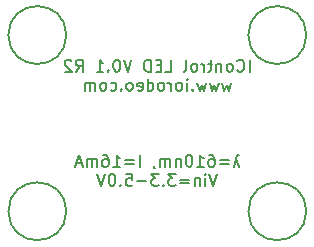
<source format=gbo>
%TF.GenerationSoftware,KiCad,Pcbnew,7.0.10-7.0.10~ubuntu22.04.1*%
%TF.CreationDate,2024-04-15T11:21:12-07:00*%
%TF.ProjectId,610nm_16mA,3631306e-6d5f-4313-966d-412e6b696361,rev?*%
%TF.SameCoordinates,Original*%
%TF.FileFunction,Legend,Bot*%
%TF.FilePolarity,Positive*%
%FSLAX46Y46*%
G04 Gerber Fmt 4.6, Leading zero omitted, Abs format (unit mm)*
G04 Created by KiCad (PCBNEW 7.0.10-7.0.10~ubuntu22.04.1) date 2024-04-15 11:21:12*
%MOMM*%
%LPD*%
G01*
G04 APERTURE LIST*
%ADD10C,0.150000*%
G04 APERTURE END LIST*
D10*
X70509524Y-55634819D02*
X70509524Y-54634819D01*
X69461906Y-55539580D02*
X69509525Y-55587200D01*
X69509525Y-55587200D02*
X69652382Y-55634819D01*
X69652382Y-55634819D02*
X69747620Y-55634819D01*
X69747620Y-55634819D02*
X69890477Y-55587200D01*
X69890477Y-55587200D02*
X69985715Y-55491961D01*
X69985715Y-55491961D02*
X70033334Y-55396723D01*
X70033334Y-55396723D02*
X70080953Y-55206247D01*
X70080953Y-55206247D02*
X70080953Y-55063390D01*
X70080953Y-55063390D02*
X70033334Y-54872914D01*
X70033334Y-54872914D02*
X69985715Y-54777676D01*
X69985715Y-54777676D02*
X69890477Y-54682438D01*
X69890477Y-54682438D02*
X69747620Y-54634819D01*
X69747620Y-54634819D02*
X69652382Y-54634819D01*
X69652382Y-54634819D02*
X69509525Y-54682438D01*
X69509525Y-54682438D02*
X69461906Y-54730057D01*
X68890477Y-55634819D02*
X68985715Y-55587200D01*
X68985715Y-55587200D02*
X69033334Y-55539580D01*
X69033334Y-55539580D02*
X69080953Y-55444342D01*
X69080953Y-55444342D02*
X69080953Y-55158628D01*
X69080953Y-55158628D02*
X69033334Y-55063390D01*
X69033334Y-55063390D02*
X68985715Y-55015771D01*
X68985715Y-55015771D02*
X68890477Y-54968152D01*
X68890477Y-54968152D02*
X68747620Y-54968152D01*
X68747620Y-54968152D02*
X68652382Y-55015771D01*
X68652382Y-55015771D02*
X68604763Y-55063390D01*
X68604763Y-55063390D02*
X68557144Y-55158628D01*
X68557144Y-55158628D02*
X68557144Y-55444342D01*
X68557144Y-55444342D02*
X68604763Y-55539580D01*
X68604763Y-55539580D02*
X68652382Y-55587200D01*
X68652382Y-55587200D02*
X68747620Y-55634819D01*
X68747620Y-55634819D02*
X68890477Y-55634819D01*
X68128572Y-54968152D02*
X68128572Y-55634819D01*
X68128572Y-55063390D02*
X68080953Y-55015771D01*
X68080953Y-55015771D02*
X67985715Y-54968152D01*
X67985715Y-54968152D02*
X67842858Y-54968152D01*
X67842858Y-54968152D02*
X67747620Y-55015771D01*
X67747620Y-55015771D02*
X67700001Y-55111009D01*
X67700001Y-55111009D02*
X67700001Y-55634819D01*
X67366667Y-54968152D02*
X66985715Y-54968152D01*
X67223810Y-54634819D02*
X67223810Y-55491961D01*
X67223810Y-55491961D02*
X67176191Y-55587200D01*
X67176191Y-55587200D02*
X67080953Y-55634819D01*
X67080953Y-55634819D02*
X66985715Y-55634819D01*
X66652381Y-55634819D02*
X66652381Y-54968152D01*
X66652381Y-55158628D02*
X66604762Y-55063390D01*
X66604762Y-55063390D02*
X66557143Y-55015771D01*
X66557143Y-55015771D02*
X66461905Y-54968152D01*
X66461905Y-54968152D02*
X66366667Y-54968152D01*
X65890476Y-55634819D02*
X65985714Y-55587200D01*
X65985714Y-55587200D02*
X66033333Y-55539580D01*
X66033333Y-55539580D02*
X66080952Y-55444342D01*
X66080952Y-55444342D02*
X66080952Y-55158628D01*
X66080952Y-55158628D02*
X66033333Y-55063390D01*
X66033333Y-55063390D02*
X65985714Y-55015771D01*
X65985714Y-55015771D02*
X65890476Y-54968152D01*
X65890476Y-54968152D02*
X65747619Y-54968152D01*
X65747619Y-54968152D02*
X65652381Y-55015771D01*
X65652381Y-55015771D02*
X65604762Y-55063390D01*
X65604762Y-55063390D02*
X65557143Y-55158628D01*
X65557143Y-55158628D02*
X65557143Y-55444342D01*
X65557143Y-55444342D02*
X65604762Y-55539580D01*
X65604762Y-55539580D02*
X65652381Y-55587200D01*
X65652381Y-55587200D02*
X65747619Y-55634819D01*
X65747619Y-55634819D02*
X65890476Y-55634819D01*
X64985714Y-55634819D02*
X65080952Y-55587200D01*
X65080952Y-55587200D02*
X65128571Y-55491961D01*
X65128571Y-55491961D02*
X65128571Y-54634819D01*
X63366666Y-55634819D02*
X63842856Y-55634819D01*
X63842856Y-55634819D02*
X63842856Y-54634819D01*
X63033332Y-55111009D02*
X62699999Y-55111009D01*
X62557142Y-55634819D02*
X63033332Y-55634819D01*
X63033332Y-55634819D02*
X63033332Y-54634819D01*
X63033332Y-54634819D02*
X62557142Y-54634819D01*
X62128570Y-55634819D02*
X62128570Y-54634819D01*
X62128570Y-54634819D02*
X61890475Y-54634819D01*
X61890475Y-54634819D02*
X61747618Y-54682438D01*
X61747618Y-54682438D02*
X61652380Y-54777676D01*
X61652380Y-54777676D02*
X61604761Y-54872914D01*
X61604761Y-54872914D02*
X61557142Y-55063390D01*
X61557142Y-55063390D02*
X61557142Y-55206247D01*
X61557142Y-55206247D02*
X61604761Y-55396723D01*
X61604761Y-55396723D02*
X61652380Y-55491961D01*
X61652380Y-55491961D02*
X61747618Y-55587200D01*
X61747618Y-55587200D02*
X61890475Y-55634819D01*
X61890475Y-55634819D02*
X62128570Y-55634819D01*
X60509522Y-54634819D02*
X60176189Y-55634819D01*
X60176189Y-55634819D02*
X59842856Y-54634819D01*
X59319046Y-54634819D02*
X59223808Y-54634819D01*
X59223808Y-54634819D02*
X59128570Y-54682438D01*
X59128570Y-54682438D02*
X59080951Y-54730057D01*
X59080951Y-54730057D02*
X59033332Y-54825295D01*
X59033332Y-54825295D02*
X58985713Y-55015771D01*
X58985713Y-55015771D02*
X58985713Y-55253866D01*
X58985713Y-55253866D02*
X59033332Y-55444342D01*
X59033332Y-55444342D02*
X59080951Y-55539580D01*
X59080951Y-55539580D02*
X59128570Y-55587200D01*
X59128570Y-55587200D02*
X59223808Y-55634819D01*
X59223808Y-55634819D02*
X59319046Y-55634819D01*
X59319046Y-55634819D02*
X59414284Y-55587200D01*
X59414284Y-55587200D02*
X59461903Y-55539580D01*
X59461903Y-55539580D02*
X59509522Y-55444342D01*
X59509522Y-55444342D02*
X59557141Y-55253866D01*
X59557141Y-55253866D02*
X59557141Y-55015771D01*
X59557141Y-55015771D02*
X59509522Y-54825295D01*
X59509522Y-54825295D02*
X59461903Y-54730057D01*
X59461903Y-54730057D02*
X59414284Y-54682438D01*
X59414284Y-54682438D02*
X59319046Y-54634819D01*
X58557141Y-55539580D02*
X58509522Y-55587200D01*
X58509522Y-55587200D02*
X58557141Y-55634819D01*
X58557141Y-55634819D02*
X58604760Y-55587200D01*
X58604760Y-55587200D02*
X58557141Y-55539580D01*
X58557141Y-55539580D02*
X58557141Y-55634819D01*
X57557142Y-55634819D02*
X58128570Y-55634819D01*
X57842856Y-55634819D02*
X57842856Y-54634819D01*
X57842856Y-54634819D02*
X57938094Y-54777676D01*
X57938094Y-54777676D02*
X58033332Y-54872914D01*
X58033332Y-54872914D02*
X58128570Y-54920533D01*
X55795237Y-55634819D02*
X56128570Y-55158628D01*
X56366665Y-55634819D02*
X56366665Y-54634819D01*
X56366665Y-54634819D02*
X55985713Y-54634819D01*
X55985713Y-54634819D02*
X55890475Y-54682438D01*
X55890475Y-54682438D02*
X55842856Y-54730057D01*
X55842856Y-54730057D02*
X55795237Y-54825295D01*
X55795237Y-54825295D02*
X55795237Y-54968152D01*
X55795237Y-54968152D02*
X55842856Y-55063390D01*
X55842856Y-55063390D02*
X55890475Y-55111009D01*
X55890475Y-55111009D02*
X55985713Y-55158628D01*
X55985713Y-55158628D02*
X56366665Y-55158628D01*
X55414284Y-54730057D02*
X55366665Y-54682438D01*
X55366665Y-54682438D02*
X55271427Y-54634819D01*
X55271427Y-54634819D02*
X55033332Y-54634819D01*
X55033332Y-54634819D02*
X54938094Y-54682438D01*
X54938094Y-54682438D02*
X54890475Y-54730057D01*
X54890475Y-54730057D02*
X54842856Y-54825295D01*
X54842856Y-54825295D02*
X54842856Y-54920533D01*
X54842856Y-54920533D02*
X54890475Y-55063390D01*
X54890475Y-55063390D02*
X55461903Y-55634819D01*
X55461903Y-55634819D02*
X54842856Y-55634819D01*
X68938094Y-56578152D02*
X68747618Y-57244819D01*
X68747618Y-57244819D02*
X68557142Y-56768628D01*
X68557142Y-56768628D02*
X68366666Y-57244819D01*
X68366666Y-57244819D02*
X68176190Y-56578152D01*
X67890475Y-56578152D02*
X67699999Y-57244819D01*
X67699999Y-57244819D02*
X67509523Y-56768628D01*
X67509523Y-56768628D02*
X67319047Y-57244819D01*
X67319047Y-57244819D02*
X67128571Y-56578152D01*
X66842856Y-56578152D02*
X66652380Y-57244819D01*
X66652380Y-57244819D02*
X66461904Y-56768628D01*
X66461904Y-56768628D02*
X66271428Y-57244819D01*
X66271428Y-57244819D02*
X66080952Y-56578152D01*
X65699999Y-57149580D02*
X65652380Y-57197200D01*
X65652380Y-57197200D02*
X65699999Y-57244819D01*
X65699999Y-57244819D02*
X65747618Y-57197200D01*
X65747618Y-57197200D02*
X65699999Y-57149580D01*
X65699999Y-57149580D02*
X65699999Y-57244819D01*
X65223809Y-57244819D02*
X65223809Y-56578152D01*
X65223809Y-56244819D02*
X65271428Y-56292438D01*
X65271428Y-56292438D02*
X65223809Y-56340057D01*
X65223809Y-56340057D02*
X65176190Y-56292438D01*
X65176190Y-56292438D02*
X65223809Y-56244819D01*
X65223809Y-56244819D02*
X65223809Y-56340057D01*
X64604762Y-57244819D02*
X64700000Y-57197200D01*
X64700000Y-57197200D02*
X64747619Y-57149580D01*
X64747619Y-57149580D02*
X64795238Y-57054342D01*
X64795238Y-57054342D02*
X64795238Y-56768628D01*
X64795238Y-56768628D02*
X64747619Y-56673390D01*
X64747619Y-56673390D02*
X64700000Y-56625771D01*
X64700000Y-56625771D02*
X64604762Y-56578152D01*
X64604762Y-56578152D02*
X64461905Y-56578152D01*
X64461905Y-56578152D02*
X64366667Y-56625771D01*
X64366667Y-56625771D02*
X64319048Y-56673390D01*
X64319048Y-56673390D02*
X64271429Y-56768628D01*
X64271429Y-56768628D02*
X64271429Y-57054342D01*
X64271429Y-57054342D02*
X64319048Y-57149580D01*
X64319048Y-57149580D02*
X64366667Y-57197200D01*
X64366667Y-57197200D02*
X64461905Y-57244819D01*
X64461905Y-57244819D02*
X64604762Y-57244819D01*
X63842857Y-57244819D02*
X63842857Y-56578152D01*
X63842857Y-56768628D02*
X63795238Y-56673390D01*
X63795238Y-56673390D02*
X63747619Y-56625771D01*
X63747619Y-56625771D02*
X63652381Y-56578152D01*
X63652381Y-56578152D02*
X63557143Y-56578152D01*
X63080952Y-57244819D02*
X63176190Y-57197200D01*
X63176190Y-57197200D02*
X63223809Y-57149580D01*
X63223809Y-57149580D02*
X63271428Y-57054342D01*
X63271428Y-57054342D02*
X63271428Y-56768628D01*
X63271428Y-56768628D02*
X63223809Y-56673390D01*
X63223809Y-56673390D02*
X63176190Y-56625771D01*
X63176190Y-56625771D02*
X63080952Y-56578152D01*
X63080952Y-56578152D02*
X62938095Y-56578152D01*
X62938095Y-56578152D02*
X62842857Y-56625771D01*
X62842857Y-56625771D02*
X62795238Y-56673390D01*
X62795238Y-56673390D02*
X62747619Y-56768628D01*
X62747619Y-56768628D02*
X62747619Y-57054342D01*
X62747619Y-57054342D02*
X62795238Y-57149580D01*
X62795238Y-57149580D02*
X62842857Y-57197200D01*
X62842857Y-57197200D02*
X62938095Y-57244819D01*
X62938095Y-57244819D02*
X63080952Y-57244819D01*
X61890476Y-57244819D02*
X61890476Y-56244819D01*
X61890476Y-57197200D02*
X61985714Y-57244819D01*
X61985714Y-57244819D02*
X62176190Y-57244819D01*
X62176190Y-57244819D02*
X62271428Y-57197200D01*
X62271428Y-57197200D02*
X62319047Y-57149580D01*
X62319047Y-57149580D02*
X62366666Y-57054342D01*
X62366666Y-57054342D02*
X62366666Y-56768628D01*
X62366666Y-56768628D02*
X62319047Y-56673390D01*
X62319047Y-56673390D02*
X62271428Y-56625771D01*
X62271428Y-56625771D02*
X62176190Y-56578152D01*
X62176190Y-56578152D02*
X61985714Y-56578152D01*
X61985714Y-56578152D02*
X61890476Y-56625771D01*
X61033333Y-57197200D02*
X61128571Y-57244819D01*
X61128571Y-57244819D02*
X61319047Y-57244819D01*
X61319047Y-57244819D02*
X61414285Y-57197200D01*
X61414285Y-57197200D02*
X61461904Y-57101961D01*
X61461904Y-57101961D02*
X61461904Y-56721009D01*
X61461904Y-56721009D02*
X61414285Y-56625771D01*
X61414285Y-56625771D02*
X61319047Y-56578152D01*
X61319047Y-56578152D02*
X61128571Y-56578152D01*
X61128571Y-56578152D02*
X61033333Y-56625771D01*
X61033333Y-56625771D02*
X60985714Y-56721009D01*
X60985714Y-56721009D02*
X60985714Y-56816247D01*
X60985714Y-56816247D02*
X61461904Y-56911485D01*
X60414285Y-57244819D02*
X60509523Y-57197200D01*
X60509523Y-57197200D02*
X60557142Y-57149580D01*
X60557142Y-57149580D02*
X60604761Y-57054342D01*
X60604761Y-57054342D02*
X60604761Y-56768628D01*
X60604761Y-56768628D02*
X60557142Y-56673390D01*
X60557142Y-56673390D02*
X60509523Y-56625771D01*
X60509523Y-56625771D02*
X60414285Y-56578152D01*
X60414285Y-56578152D02*
X60271428Y-56578152D01*
X60271428Y-56578152D02*
X60176190Y-56625771D01*
X60176190Y-56625771D02*
X60128571Y-56673390D01*
X60128571Y-56673390D02*
X60080952Y-56768628D01*
X60080952Y-56768628D02*
X60080952Y-57054342D01*
X60080952Y-57054342D02*
X60128571Y-57149580D01*
X60128571Y-57149580D02*
X60176190Y-57197200D01*
X60176190Y-57197200D02*
X60271428Y-57244819D01*
X60271428Y-57244819D02*
X60414285Y-57244819D01*
X59652380Y-57149580D02*
X59604761Y-57197200D01*
X59604761Y-57197200D02*
X59652380Y-57244819D01*
X59652380Y-57244819D02*
X59699999Y-57197200D01*
X59699999Y-57197200D02*
X59652380Y-57149580D01*
X59652380Y-57149580D02*
X59652380Y-57244819D01*
X58747619Y-57197200D02*
X58842857Y-57244819D01*
X58842857Y-57244819D02*
X59033333Y-57244819D01*
X59033333Y-57244819D02*
X59128571Y-57197200D01*
X59128571Y-57197200D02*
X59176190Y-57149580D01*
X59176190Y-57149580D02*
X59223809Y-57054342D01*
X59223809Y-57054342D02*
X59223809Y-56768628D01*
X59223809Y-56768628D02*
X59176190Y-56673390D01*
X59176190Y-56673390D02*
X59128571Y-56625771D01*
X59128571Y-56625771D02*
X59033333Y-56578152D01*
X59033333Y-56578152D02*
X58842857Y-56578152D01*
X58842857Y-56578152D02*
X58747619Y-56625771D01*
X58176190Y-57244819D02*
X58271428Y-57197200D01*
X58271428Y-57197200D02*
X58319047Y-57149580D01*
X58319047Y-57149580D02*
X58366666Y-57054342D01*
X58366666Y-57054342D02*
X58366666Y-56768628D01*
X58366666Y-56768628D02*
X58319047Y-56673390D01*
X58319047Y-56673390D02*
X58271428Y-56625771D01*
X58271428Y-56625771D02*
X58176190Y-56578152D01*
X58176190Y-56578152D02*
X58033333Y-56578152D01*
X58033333Y-56578152D02*
X57938095Y-56625771D01*
X57938095Y-56625771D02*
X57890476Y-56673390D01*
X57890476Y-56673390D02*
X57842857Y-56768628D01*
X57842857Y-56768628D02*
X57842857Y-57054342D01*
X57842857Y-57054342D02*
X57890476Y-57149580D01*
X57890476Y-57149580D02*
X57938095Y-57197200D01*
X57938095Y-57197200D02*
X58033333Y-57244819D01*
X58033333Y-57244819D02*
X58176190Y-57244819D01*
X57414285Y-57244819D02*
X57414285Y-56578152D01*
X57414285Y-56673390D02*
X57366666Y-56625771D01*
X57366666Y-56625771D02*
X57271428Y-56578152D01*
X57271428Y-56578152D02*
X57128571Y-56578152D01*
X57128571Y-56578152D02*
X57033333Y-56625771D01*
X57033333Y-56625771D02*
X56985714Y-56721009D01*
X56985714Y-56721009D02*
X56985714Y-57244819D01*
X56985714Y-56721009D02*
X56938095Y-56625771D01*
X56938095Y-56625771D02*
X56842857Y-56578152D01*
X56842857Y-56578152D02*
X56700000Y-56578152D01*
X56700000Y-56578152D02*
X56604761Y-56625771D01*
X56604761Y-56625771D02*
X56557142Y-56721009D01*
X56557142Y-56721009D02*
X56557142Y-57244819D01*
X69390475Y-63018152D02*
X69628570Y-63684819D01*
X69628570Y-62684819D02*
X69533332Y-62684819D01*
X69533332Y-62684819D02*
X69485713Y-62732438D01*
X69485713Y-62732438D02*
X69390475Y-63018152D01*
X69390475Y-63018152D02*
X69152380Y-63684819D01*
X68771427Y-63161009D02*
X68009523Y-63161009D01*
X68009523Y-63446723D02*
X68771427Y-63446723D01*
X67104761Y-62684819D02*
X67295237Y-62684819D01*
X67295237Y-62684819D02*
X67390475Y-62732438D01*
X67390475Y-62732438D02*
X67438094Y-62780057D01*
X67438094Y-62780057D02*
X67533332Y-62922914D01*
X67533332Y-62922914D02*
X67580951Y-63113390D01*
X67580951Y-63113390D02*
X67580951Y-63494342D01*
X67580951Y-63494342D02*
X67533332Y-63589580D01*
X67533332Y-63589580D02*
X67485713Y-63637200D01*
X67485713Y-63637200D02*
X67390475Y-63684819D01*
X67390475Y-63684819D02*
X67199999Y-63684819D01*
X67199999Y-63684819D02*
X67104761Y-63637200D01*
X67104761Y-63637200D02*
X67057142Y-63589580D01*
X67057142Y-63589580D02*
X67009523Y-63494342D01*
X67009523Y-63494342D02*
X67009523Y-63256247D01*
X67009523Y-63256247D02*
X67057142Y-63161009D01*
X67057142Y-63161009D02*
X67104761Y-63113390D01*
X67104761Y-63113390D02*
X67199999Y-63065771D01*
X67199999Y-63065771D02*
X67390475Y-63065771D01*
X67390475Y-63065771D02*
X67485713Y-63113390D01*
X67485713Y-63113390D02*
X67533332Y-63161009D01*
X67533332Y-63161009D02*
X67580951Y-63256247D01*
X66057142Y-63684819D02*
X66628570Y-63684819D01*
X66342856Y-63684819D02*
X66342856Y-62684819D01*
X66342856Y-62684819D02*
X66438094Y-62827676D01*
X66438094Y-62827676D02*
X66533332Y-62922914D01*
X66533332Y-62922914D02*
X66628570Y-62970533D01*
X65438094Y-62684819D02*
X65342856Y-62684819D01*
X65342856Y-62684819D02*
X65247618Y-62732438D01*
X65247618Y-62732438D02*
X65199999Y-62780057D01*
X65199999Y-62780057D02*
X65152380Y-62875295D01*
X65152380Y-62875295D02*
X65104761Y-63065771D01*
X65104761Y-63065771D02*
X65104761Y-63303866D01*
X65104761Y-63303866D02*
X65152380Y-63494342D01*
X65152380Y-63494342D02*
X65199999Y-63589580D01*
X65199999Y-63589580D02*
X65247618Y-63637200D01*
X65247618Y-63637200D02*
X65342856Y-63684819D01*
X65342856Y-63684819D02*
X65438094Y-63684819D01*
X65438094Y-63684819D02*
X65533332Y-63637200D01*
X65533332Y-63637200D02*
X65580951Y-63589580D01*
X65580951Y-63589580D02*
X65628570Y-63494342D01*
X65628570Y-63494342D02*
X65676189Y-63303866D01*
X65676189Y-63303866D02*
X65676189Y-63065771D01*
X65676189Y-63065771D02*
X65628570Y-62875295D01*
X65628570Y-62875295D02*
X65580951Y-62780057D01*
X65580951Y-62780057D02*
X65533332Y-62732438D01*
X65533332Y-62732438D02*
X65438094Y-62684819D01*
X64676189Y-63018152D02*
X64676189Y-63684819D01*
X64676189Y-63113390D02*
X64628570Y-63065771D01*
X64628570Y-63065771D02*
X64533332Y-63018152D01*
X64533332Y-63018152D02*
X64390475Y-63018152D01*
X64390475Y-63018152D02*
X64295237Y-63065771D01*
X64295237Y-63065771D02*
X64247618Y-63161009D01*
X64247618Y-63161009D02*
X64247618Y-63684819D01*
X63771427Y-63684819D02*
X63771427Y-63018152D01*
X63771427Y-63113390D02*
X63723808Y-63065771D01*
X63723808Y-63065771D02*
X63628570Y-63018152D01*
X63628570Y-63018152D02*
X63485713Y-63018152D01*
X63485713Y-63018152D02*
X63390475Y-63065771D01*
X63390475Y-63065771D02*
X63342856Y-63161009D01*
X63342856Y-63161009D02*
X63342856Y-63684819D01*
X63342856Y-63161009D02*
X63295237Y-63065771D01*
X63295237Y-63065771D02*
X63199999Y-63018152D01*
X63199999Y-63018152D02*
X63057142Y-63018152D01*
X63057142Y-63018152D02*
X62961903Y-63065771D01*
X62961903Y-63065771D02*
X62914284Y-63161009D01*
X62914284Y-63161009D02*
X62914284Y-63684819D01*
X62390475Y-63637200D02*
X62390475Y-63684819D01*
X62390475Y-63684819D02*
X62438094Y-63780057D01*
X62438094Y-63780057D02*
X62485713Y-63827676D01*
X61199999Y-63684819D02*
X61199999Y-62684819D01*
X60723809Y-63161009D02*
X59961905Y-63161009D01*
X59961905Y-63446723D02*
X60723809Y-63446723D01*
X58961905Y-63684819D02*
X59533333Y-63684819D01*
X59247619Y-63684819D02*
X59247619Y-62684819D01*
X59247619Y-62684819D02*
X59342857Y-62827676D01*
X59342857Y-62827676D02*
X59438095Y-62922914D01*
X59438095Y-62922914D02*
X59533333Y-62970533D01*
X58104762Y-62684819D02*
X58295238Y-62684819D01*
X58295238Y-62684819D02*
X58390476Y-62732438D01*
X58390476Y-62732438D02*
X58438095Y-62780057D01*
X58438095Y-62780057D02*
X58533333Y-62922914D01*
X58533333Y-62922914D02*
X58580952Y-63113390D01*
X58580952Y-63113390D02*
X58580952Y-63494342D01*
X58580952Y-63494342D02*
X58533333Y-63589580D01*
X58533333Y-63589580D02*
X58485714Y-63637200D01*
X58485714Y-63637200D02*
X58390476Y-63684819D01*
X58390476Y-63684819D02*
X58200000Y-63684819D01*
X58200000Y-63684819D02*
X58104762Y-63637200D01*
X58104762Y-63637200D02*
X58057143Y-63589580D01*
X58057143Y-63589580D02*
X58009524Y-63494342D01*
X58009524Y-63494342D02*
X58009524Y-63256247D01*
X58009524Y-63256247D02*
X58057143Y-63161009D01*
X58057143Y-63161009D02*
X58104762Y-63113390D01*
X58104762Y-63113390D02*
X58200000Y-63065771D01*
X58200000Y-63065771D02*
X58390476Y-63065771D01*
X58390476Y-63065771D02*
X58485714Y-63113390D01*
X58485714Y-63113390D02*
X58533333Y-63161009D01*
X58533333Y-63161009D02*
X58580952Y-63256247D01*
X57580952Y-63684819D02*
X57580952Y-63018152D01*
X57580952Y-63113390D02*
X57533333Y-63065771D01*
X57533333Y-63065771D02*
X57438095Y-63018152D01*
X57438095Y-63018152D02*
X57295238Y-63018152D01*
X57295238Y-63018152D02*
X57200000Y-63065771D01*
X57200000Y-63065771D02*
X57152381Y-63161009D01*
X57152381Y-63161009D02*
X57152381Y-63684819D01*
X57152381Y-63161009D02*
X57104762Y-63065771D01*
X57104762Y-63065771D02*
X57009524Y-63018152D01*
X57009524Y-63018152D02*
X56866667Y-63018152D01*
X56866667Y-63018152D02*
X56771428Y-63065771D01*
X56771428Y-63065771D02*
X56723809Y-63161009D01*
X56723809Y-63161009D02*
X56723809Y-63684819D01*
X56295238Y-63399104D02*
X55819048Y-63399104D01*
X56390476Y-63684819D02*
X56057143Y-62684819D01*
X56057143Y-62684819D02*
X55723810Y-63684819D01*
X67771427Y-64294819D02*
X67438094Y-65294819D01*
X67438094Y-65294819D02*
X67104761Y-64294819D01*
X66771427Y-65294819D02*
X66771427Y-64628152D01*
X66771427Y-64294819D02*
X66819046Y-64342438D01*
X66819046Y-64342438D02*
X66771427Y-64390057D01*
X66771427Y-64390057D02*
X66723808Y-64342438D01*
X66723808Y-64342438D02*
X66771427Y-64294819D01*
X66771427Y-64294819D02*
X66771427Y-64390057D01*
X66295237Y-64628152D02*
X66295237Y-65294819D01*
X66295237Y-64723390D02*
X66247618Y-64675771D01*
X66247618Y-64675771D02*
X66152380Y-64628152D01*
X66152380Y-64628152D02*
X66009523Y-64628152D01*
X66009523Y-64628152D02*
X65914285Y-64675771D01*
X65914285Y-64675771D02*
X65866666Y-64771009D01*
X65866666Y-64771009D02*
X65866666Y-65294819D01*
X65390475Y-64771009D02*
X64628571Y-64771009D01*
X64628571Y-65056723D02*
X65390475Y-65056723D01*
X64247618Y-64294819D02*
X63628571Y-64294819D01*
X63628571Y-64294819D02*
X63961904Y-64675771D01*
X63961904Y-64675771D02*
X63819047Y-64675771D01*
X63819047Y-64675771D02*
X63723809Y-64723390D01*
X63723809Y-64723390D02*
X63676190Y-64771009D01*
X63676190Y-64771009D02*
X63628571Y-64866247D01*
X63628571Y-64866247D02*
X63628571Y-65104342D01*
X63628571Y-65104342D02*
X63676190Y-65199580D01*
X63676190Y-65199580D02*
X63723809Y-65247200D01*
X63723809Y-65247200D02*
X63819047Y-65294819D01*
X63819047Y-65294819D02*
X64104761Y-65294819D01*
X64104761Y-65294819D02*
X64199999Y-65247200D01*
X64199999Y-65247200D02*
X64247618Y-65199580D01*
X63199999Y-65199580D02*
X63152380Y-65247200D01*
X63152380Y-65247200D02*
X63199999Y-65294819D01*
X63199999Y-65294819D02*
X63247618Y-65247200D01*
X63247618Y-65247200D02*
X63199999Y-65199580D01*
X63199999Y-65199580D02*
X63199999Y-65294819D01*
X62819047Y-64294819D02*
X62200000Y-64294819D01*
X62200000Y-64294819D02*
X62533333Y-64675771D01*
X62533333Y-64675771D02*
X62390476Y-64675771D01*
X62390476Y-64675771D02*
X62295238Y-64723390D01*
X62295238Y-64723390D02*
X62247619Y-64771009D01*
X62247619Y-64771009D02*
X62200000Y-64866247D01*
X62200000Y-64866247D02*
X62200000Y-65104342D01*
X62200000Y-65104342D02*
X62247619Y-65199580D01*
X62247619Y-65199580D02*
X62295238Y-65247200D01*
X62295238Y-65247200D02*
X62390476Y-65294819D01*
X62390476Y-65294819D02*
X62676190Y-65294819D01*
X62676190Y-65294819D02*
X62771428Y-65247200D01*
X62771428Y-65247200D02*
X62819047Y-65199580D01*
X61771428Y-64913866D02*
X61009524Y-64913866D01*
X60057143Y-64294819D02*
X60533333Y-64294819D01*
X60533333Y-64294819D02*
X60580952Y-64771009D01*
X60580952Y-64771009D02*
X60533333Y-64723390D01*
X60533333Y-64723390D02*
X60438095Y-64675771D01*
X60438095Y-64675771D02*
X60200000Y-64675771D01*
X60200000Y-64675771D02*
X60104762Y-64723390D01*
X60104762Y-64723390D02*
X60057143Y-64771009D01*
X60057143Y-64771009D02*
X60009524Y-64866247D01*
X60009524Y-64866247D02*
X60009524Y-65104342D01*
X60009524Y-65104342D02*
X60057143Y-65199580D01*
X60057143Y-65199580D02*
X60104762Y-65247200D01*
X60104762Y-65247200D02*
X60200000Y-65294819D01*
X60200000Y-65294819D02*
X60438095Y-65294819D01*
X60438095Y-65294819D02*
X60533333Y-65247200D01*
X60533333Y-65247200D02*
X60580952Y-65199580D01*
X59580952Y-65199580D02*
X59533333Y-65247200D01*
X59533333Y-65247200D02*
X59580952Y-65294819D01*
X59580952Y-65294819D02*
X59628571Y-65247200D01*
X59628571Y-65247200D02*
X59580952Y-65199580D01*
X59580952Y-65199580D02*
X59580952Y-65294819D01*
X58914286Y-64294819D02*
X58819048Y-64294819D01*
X58819048Y-64294819D02*
X58723810Y-64342438D01*
X58723810Y-64342438D02*
X58676191Y-64390057D01*
X58676191Y-64390057D02*
X58628572Y-64485295D01*
X58628572Y-64485295D02*
X58580953Y-64675771D01*
X58580953Y-64675771D02*
X58580953Y-64913866D01*
X58580953Y-64913866D02*
X58628572Y-65104342D01*
X58628572Y-65104342D02*
X58676191Y-65199580D01*
X58676191Y-65199580D02*
X58723810Y-65247200D01*
X58723810Y-65247200D02*
X58819048Y-65294819D01*
X58819048Y-65294819D02*
X58914286Y-65294819D01*
X58914286Y-65294819D02*
X59009524Y-65247200D01*
X59009524Y-65247200D02*
X59057143Y-65199580D01*
X59057143Y-65199580D02*
X59104762Y-65104342D01*
X59104762Y-65104342D02*
X59152381Y-64913866D01*
X59152381Y-64913866D02*
X59152381Y-64675771D01*
X59152381Y-64675771D02*
X59104762Y-64485295D01*
X59104762Y-64485295D02*
X59057143Y-64390057D01*
X59057143Y-64390057D02*
X59009524Y-64342438D01*
X59009524Y-64342438D02*
X58914286Y-64294819D01*
X58295238Y-64294819D02*
X57961905Y-65294819D01*
X57961905Y-65294819D02*
X57628572Y-64294819D01*
%TO.C,M1*%
X54990000Y-52540000D02*
G75*
G03*
X50090000Y-52540000I-2450000J0D01*
G01*
X50090000Y-52540000D02*
G75*
G03*
X54990000Y-52540000I2450000J0D01*
G01*
%TO.C,M2*%
X75310000Y-52540000D02*
G75*
G03*
X70410000Y-52540000I-2450000J0D01*
G01*
X70410000Y-52540000D02*
G75*
G03*
X75310000Y-52540000I2450000J0D01*
G01*
%TO.C,M3*%
X75310000Y-67460000D02*
G75*
G03*
X70410000Y-67460000I-2450000J0D01*
G01*
X70410000Y-67460000D02*
G75*
G03*
X75310000Y-67460000I2450000J0D01*
G01*
%TO.C,M4*%
X54990000Y-67460000D02*
G75*
G03*
X50090000Y-67460000I-2450000J0D01*
G01*
X50090000Y-67460000D02*
G75*
G03*
X54990000Y-67460000I2450000J0D01*
G01*
%TD*%
M02*

</source>
